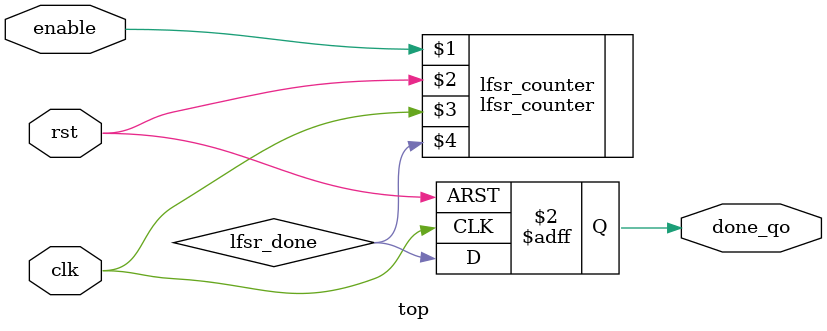
<source format=v>
module top(input enable, rst, clk,
           output reg done_qo  );  

    always @(posedge clk, posedge rst)
        if(rst) begin
            done_qo <= 'b0;
        end    
        else begin
            done_qo <= lfsr_done; 
        end   
        
        
    lfsr_counter lfsr_counter( 
            enable , rst, clk,
            lfsr_done);
    
endmodule // top
</source>
